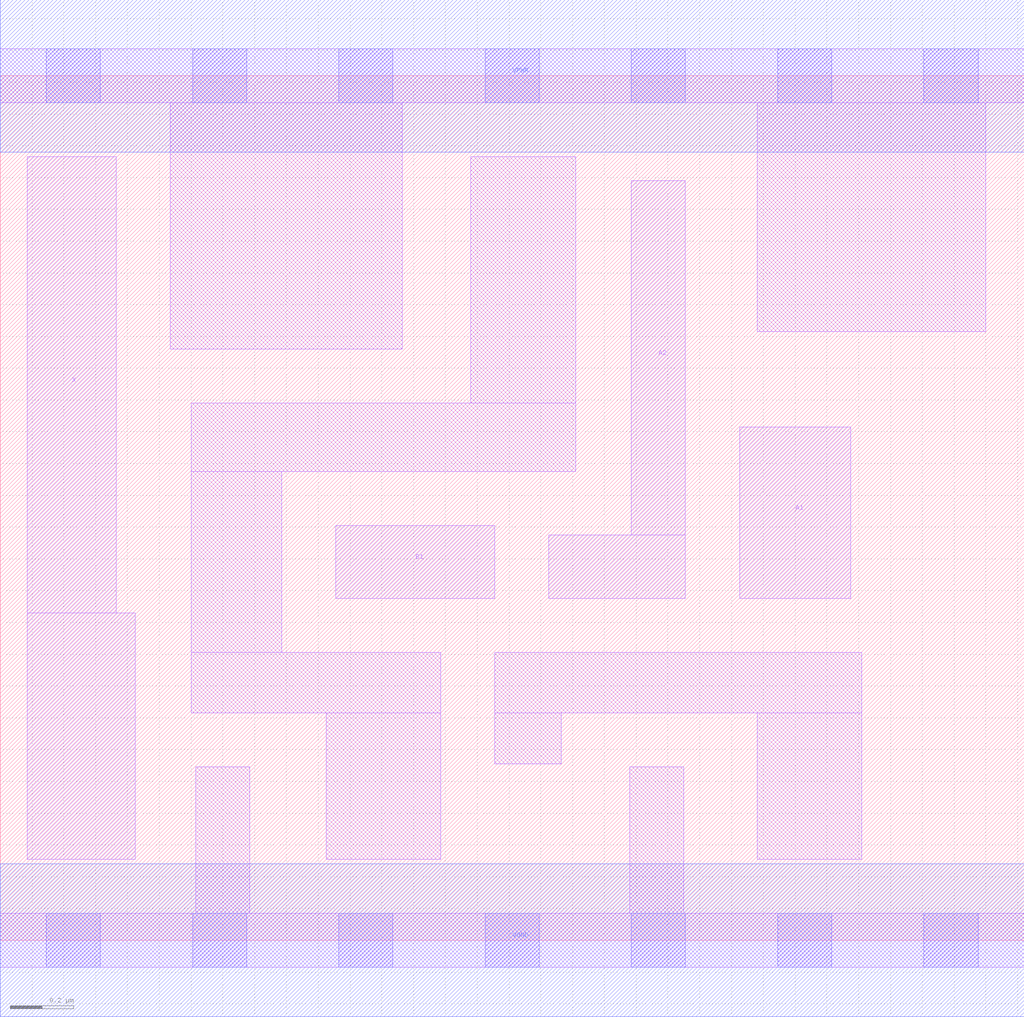
<source format=lef>
# Copyright 2020 The SkyWater PDK Authors
#
# Licensed under the Apache License, Version 2.0 (the "License");
# you may not use this file except in compliance with the License.
# You may obtain a copy of the License at
#
#     https://www.apache.org/licenses/LICENSE-2.0
#
# Unless required by applicable law or agreed to in writing, software
# distributed under the License is distributed on an "AS IS" BASIS,
# WITHOUT WARRANTIES OR CONDITIONS OF ANY KIND, either express or implied.
# See the License for the specific language governing permissions and
# limitations under the License.
#
# SPDX-License-Identifier: Apache-2.0

VERSION 5.7 ;
  NAMESCASESENSITIVE ON ;
  NOWIREEXTENSIONATPIN ON ;
  DIVIDERCHAR "/" ;
  BUSBITCHARS "[]" ;
UNITS
  DATABASE MICRONS 200 ;
END UNITS
PROPERTYDEFINITIONS
  MACRO maskLayoutSubType STRING ;
  MACRO prCellType STRING ;
  MACRO originalViewName STRING ;
END PROPERTYDEFINITIONS
MACRO sky130_fd_sc_hdll__o21a_1
  CLASS CORE ;
  FOREIGN sky130_fd_sc_hdll__o21a_1 ;
  ORIGIN  0.000000  0.000000 ;
  SIZE  3.220000 BY  2.720000 ;
  SYMMETRY X Y R90 ;
  SITE unithd ;
  PIN A1
    ANTENNAGATEAREA  0.277500 ;
    DIRECTION INPUT ;
    USE SIGNAL ;
    PORT
      LAYER li1 ;
        RECT 2.325000 1.075000 2.675000 1.615000 ;
    END
  END A1
  PIN A2
    ANTENNAGATEAREA  0.277500 ;
    DIRECTION INPUT ;
    USE SIGNAL ;
    PORT
      LAYER li1 ;
        RECT 1.725000 1.075000 2.155000 1.275000 ;
        RECT 1.985000 1.275000 2.155000 2.390000 ;
    END
  END A2
  PIN B1
    ANTENNAGATEAREA  0.277500 ;
    DIRECTION INPUT ;
    USE SIGNAL ;
    PORT
      LAYER li1 ;
        RECT 1.055000 1.075000 1.555000 1.305000 ;
    END
  END B1
  PIN X
    ANTENNADIFFAREA  0.472000 ;
    DIRECTION OUTPUT ;
    USE SIGNAL ;
    PORT
      LAYER li1 ;
        RECT 0.085000 0.255000 0.425000 1.030000 ;
        RECT 0.085000 1.030000 0.365000 2.465000 ;
    END
  END X
  PIN VGND
    DIRECTION INOUT ;
    USE GROUND ;
    PORT
      LAYER met1 ;
        RECT 0.000000 -0.240000 3.220000 0.240000 ;
    END
  END VGND
  PIN VPWR
    DIRECTION INOUT ;
    USE POWER ;
    PORT
      LAYER met1 ;
        RECT 0.000000 2.480000 3.220000 2.960000 ;
    END
  END VPWR
  OBS
    LAYER li1 ;
      RECT 0.000000 -0.085000 3.220000 0.085000 ;
      RECT 0.000000  2.635000 3.220000 2.805000 ;
      RECT 0.535000  1.860000 1.265000 2.635000 ;
      RECT 0.600000  0.715000 1.385000 0.905000 ;
      RECT 0.600000  0.905000 0.885000 1.475000 ;
      RECT 0.600000  1.475000 1.810000 1.690000 ;
      RECT 0.615000  0.085000 0.785000 0.545000 ;
      RECT 1.025000  0.255000 1.385000 0.715000 ;
      RECT 1.480000  1.690000 1.810000 2.465000 ;
      RECT 1.555000  0.555000 1.765000 0.715000 ;
      RECT 1.555000  0.715000 2.710000 0.905000 ;
      RECT 1.980000  0.085000 2.150000 0.545000 ;
      RECT 2.380000  0.255000 2.710000 0.715000 ;
      RECT 2.380000  1.915000 3.100000 2.635000 ;
    LAYER mcon ;
      RECT 0.145000 -0.085000 0.315000 0.085000 ;
      RECT 0.145000  2.635000 0.315000 2.805000 ;
      RECT 0.605000 -0.085000 0.775000 0.085000 ;
      RECT 0.605000  2.635000 0.775000 2.805000 ;
      RECT 1.065000 -0.085000 1.235000 0.085000 ;
      RECT 1.065000  2.635000 1.235000 2.805000 ;
      RECT 1.525000 -0.085000 1.695000 0.085000 ;
      RECT 1.525000  2.635000 1.695000 2.805000 ;
      RECT 1.985000 -0.085000 2.155000 0.085000 ;
      RECT 1.985000  2.635000 2.155000 2.805000 ;
      RECT 2.445000 -0.085000 2.615000 0.085000 ;
      RECT 2.445000  2.635000 2.615000 2.805000 ;
      RECT 2.905000 -0.085000 3.075000 0.085000 ;
      RECT 2.905000  2.635000 3.075000 2.805000 ;
  END
  PROPERTY maskLayoutSubType "abstract" ;
  PROPERTY prCellType "standard" ;
  PROPERTY originalViewName "layout" ;
END sky130_fd_sc_hdll__o21a_1

</source>
